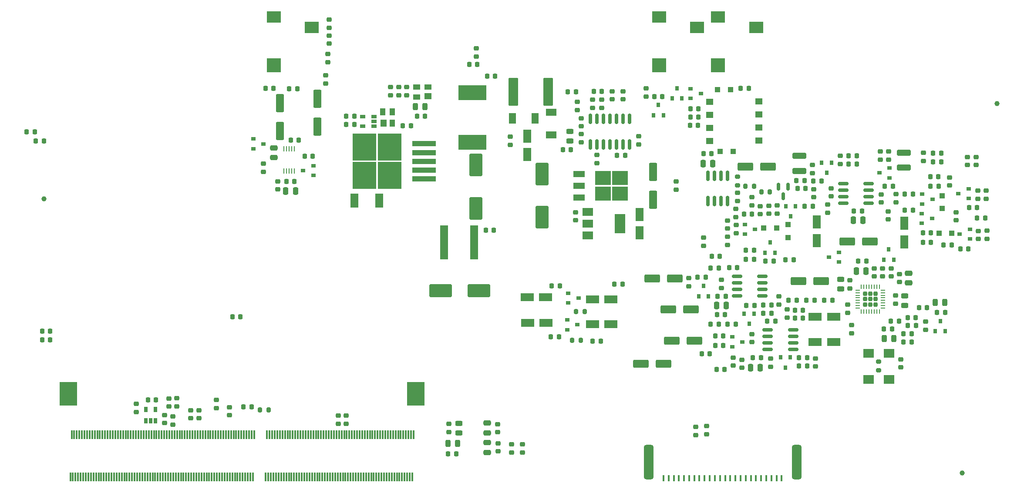
<source format=gbr>
G04 #@! TF.GenerationSoftware,KiCad,Pcbnew,6.0.10-86aedd382b~118~ubuntu22.04.1*
G04 #@! TF.CreationDate,2023-02-22T09:35:45+01:00*
G04 #@! TF.ProjectId,bottom-board,626f7474-6f6d-42d6-926f-6172642e6b69,rev?*
G04 #@! TF.SameCoordinates,Original*
G04 #@! TF.FileFunction,Paste,Top*
G04 #@! TF.FilePolarity,Positive*
%FSLAX46Y46*%
G04 Gerber Fmt 4.6, Leading zero omitted, Abs format (unit mm)*
G04 Created by KiCad (PCBNEW 6.0.10-86aedd382b~118~ubuntu22.04.1) date 2023-02-22 09:35:45*
%MOMM*%
%LPD*%
G01*
G04 APERTURE LIST*
G04 Aperture macros list*
%AMRoundRect*
0 Rectangle with rounded corners*
0 $1 Rounding radius*
0 $2 $3 $4 $5 $6 $7 $8 $9 X,Y pos of 4 corners*
0 Add a 4 corners polygon primitive as box body*
4,1,4,$2,$3,$4,$5,$6,$7,$8,$9,$2,$3,0*
0 Add four circle primitives for the rounded corners*
1,1,$1+$1,$2,$3*
1,1,$1+$1,$4,$5*
1,1,$1+$1,$6,$7*
1,1,$1+$1,$8,$9*
0 Add four rect primitives between the rounded corners*
20,1,$1+$1,$2,$3,$4,$5,0*
20,1,$1+$1,$4,$5,$6,$7,0*
20,1,$1+$1,$6,$7,$8,$9,0*
20,1,$1+$1,$8,$9,$2,$3,0*%
G04 Aperture macros list end*
%ADD10RoundRect,0.243750X0.456250X-0.243750X0.456250X0.243750X-0.456250X0.243750X-0.456250X-0.243750X0*%
%ADD11RoundRect,0.243750X-0.243750X-0.456250X0.243750X-0.456250X0.243750X0.456250X-0.243750X0.456250X0*%
%ADD12RoundRect,0.218750X0.218750X0.256250X-0.218750X0.256250X-0.218750X-0.256250X0.218750X-0.256250X0*%
%ADD13RoundRect,0.218750X-0.218750X-0.256250X0.218750X-0.256250X0.218750X0.256250X-0.218750X0.256250X0*%
%ADD14RoundRect,0.218750X0.256250X-0.218750X0.256250X0.218750X-0.256250X0.218750X-0.256250X-0.218750X0*%
%ADD15R,1.400000X1.200000*%
%ADD16R,1.400000X1.000000*%
%ADD17R,1.200000X1.400000*%
%ADD18R,1.000000X1.400000*%
%ADD19R,2.800000X2.200000*%
%ADD20R,2.800000X2.800000*%
%ADD21RoundRect,0.218750X-0.256250X0.218750X-0.256250X-0.218750X0.256250X-0.218750X0.256250X0.218750X0*%
%ADD22R,0.800000X0.900000*%
%ADD23C,1.000000*%
%ADD24RoundRect,0.150000X0.150000X-0.825000X0.150000X0.825000X-0.150000X0.825000X-0.150000X-0.825000X0*%
%ADD25RoundRect,0.250000X1.250000X0.550000X-1.250000X0.550000X-1.250000X-0.550000X1.250000X-0.550000X0*%
%ADD26RoundRect,0.250000X-0.550000X1.050000X-0.550000X-1.050000X0.550000X-1.050000X0.550000X1.050000X0*%
%ADD27RoundRect,0.250000X1.050000X0.550000X-1.050000X0.550000X-1.050000X-0.550000X1.050000X-0.550000X0*%
%ADD28RoundRect,0.250000X0.550000X-1.500000X0.550000X1.500000X-0.550000X1.500000X-0.550000X-1.500000X0*%
%ADD29R,1.000000X1.000000*%
%ADD30R,0.250000X1.100000*%
%ADD31R,0.900000X0.800000*%
%ADD32RoundRect,0.150000X0.825000X0.150000X-0.825000X0.150000X-0.825000X-0.150000X0.825000X-0.150000X0*%
%ADD33RoundRect,0.207500X0.207500X0.207500X-0.207500X0.207500X-0.207500X-0.207500X0.207500X-0.207500X0*%
%ADD34RoundRect,0.062500X0.375000X0.062500X-0.375000X0.062500X-0.375000X-0.062500X0.375000X-0.062500X0*%
%ADD35RoundRect,0.062500X0.062500X0.375000X-0.062500X0.375000X-0.062500X-0.375000X0.062500X-0.375000X0*%
%ADD36R,1.500000X6.600000*%
%ADD37RoundRect,0.250000X1.950000X1.000000X-1.950000X1.000000X-1.950000X-1.000000X1.950000X-1.000000X0*%
%ADD38RoundRect,0.249999X0.712501X2.475001X-0.712501X2.475001X-0.712501X-2.475001X0.712501X-2.475001X0*%
%ADD39R,0.650000X1.060000*%
%ADD40RoundRect,0.250000X0.550000X-1.050000X0.550000X1.050000X-0.550000X1.050000X-0.550000X-1.050000X0*%
%ADD41RoundRect,0.250000X-1.250000X-0.550000X1.250000X-0.550000X1.250000X0.550000X-1.250000X0.550000X0*%
%ADD42RoundRect,0.250000X-1.050000X-0.550000X1.050000X-0.550000X1.050000X0.550000X-1.050000X0.550000X0*%
%ADD43R,1.500000X2.700000*%
%ADD44R,3.050000X2.750000*%
%ADD45R,2.200000X1.200000*%
%ADD46RoundRect,0.225000X0.250000X-0.225000X0.250000X0.225000X-0.250000X0.225000X-0.250000X-0.225000X0*%
%ADD47R,2.000000X1.800000*%
%ADD48RoundRect,0.200000X0.200000X0.275000X-0.200000X0.275000X-0.200000X-0.275000X0.200000X-0.275000X0*%
%ADD49R,2.000000X1.500000*%
%ADD50R,2.000000X3.800000*%
%ADD51R,1.400000X1.300000*%
%ADD52RoundRect,0.200000X0.275000X-0.200000X0.275000X0.200000X-0.275000X0.200000X-0.275000X-0.200000X0*%
%ADD53RoundRect,0.250000X0.475000X-0.250000X0.475000X0.250000X-0.475000X0.250000X-0.475000X-0.250000X0*%
%ADD54R,0.300000X1.750000*%
%ADD55R,3.500000X4.600000*%
%ADD56R,1.060000X0.650000*%
%ADD57RoundRect,0.200000X-0.275000X0.200000X-0.275000X-0.200000X0.275000X-0.200000X0.275000X0.200000X0*%
%ADD58RoundRect,0.225000X-0.250000X0.225000X-0.250000X-0.225000X0.250000X-0.225000X0.250000X0.225000X0*%
%ADD59R,5.400000X2.900000*%
%ADD60R,4.550000X5.250000*%
%ADD61R,4.600000X1.100000*%
%ADD62RoundRect,0.250000X-0.250000X-0.475000X0.250000X-0.475000X0.250000X0.475000X-0.250000X0.475000X0*%
%ADD63RoundRect,0.250000X0.250000X0.475000X-0.250000X0.475000X-0.250000X-0.475000X0.250000X-0.475000X0*%
%ADD64RoundRect,0.250000X-0.475000X0.250000X-0.475000X-0.250000X0.475000X-0.250000X0.475000X0.250000X0*%
%ADD65RoundRect,0.250000X-1.000000X1.950000X-1.000000X-1.950000X1.000000X-1.950000X1.000000X1.950000X0*%
%ADD66R,2.100000X1.400000*%
%ADD67R,1.400000X2.100000*%
%ADD68RoundRect,0.095250X-0.095250X-0.508000X0.095250X-0.508000X0.095250X0.508000X-0.095250X0.508000X0*%
%ADD69RoundRect,0.473471X-0.473471X-2.885679X0.473471X-2.885679X0.473471X2.885679X-0.473471X2.885679X0*%
%ADD70RoundRect,0.150000X-0.150000X0.587500X-0.150000X-0.587500X0.150000X-0.587500X0.150000X0.587500X0*%
%ADD71RoundRect,0.225000X0.225000X0.250000X-0.225000X0.250000X-0.225000X-0.250000X0.225000X-0.250000X0*%
%ADD72RoundRect,0.250000X1.100000X-0.325000X1.100000X0.325000X-1.100000X0.325000X-1.100000X-0.325000X0*%
G04 APERTURE END LIST*
D10*
X166600000Y-67057500D03*
X166600000Y-65182500D03*
D11*
X237637500Y-98425000D03*
X239512500Y-98425000D03*
X136537500Y-60325000D03*
X138412500Y-60325000D03*
D12*
X138425000Y-62175000D03*
X136850000Y-62175000D03*
D13*
X134072500Y-64055000D03*
X135647500Y-64055000D03*
D14*
X168000000Y-61000000D03*
X168000000Y-59425000D03*
D15*
X138950000Y-58295000D03*
D16*
X138950000Y-56575000D03*
X136750000Y-56575000D03*
X136750000Y-58475000D03*
D17*
X130355000Y-63530000D03*
D18*
X132075000Y-63530000D03*
X132075000Y-61330000D03*
X130175000Y-61330000D03*
D19*
X202810000Y-44930000D03*
X195410000Y-42930000D03*
D20*
X195410000Y-52330000D03*
D21*
X134872280Y-56540040D03*
X134872280Y-58115040D03*
D14*
X133285000Y-58112500D03*
X133285000Y-56537500D03*
D12*
X191587500Y-62400000D03*
X190012500Y-62400000D03*
D13*
X183000000Y-58400000D03*
X184575000Y-58400000D03*
D21*
X171870000Y-69755000D03*
X171870000Y-71330000D03*
X168800000Y-62600000D03*
X168800000Y-64175000D03*
X180000000Y-66112500D03*
X180000000Y-67687500D03*
D12*
X102510000Y-101230000D03*
X100935000Y-101230000D03*
D22*
X237650000Y-104050000D03*
X239550000Y-104050000D03*
X238600000Y-102050000D03*
X186450000Y-58770000D03*
X188350000Y-58770000D03*
X187400000Y-56770000D03*
X182850000Y-62000000D03*
X184750000Y-62000000D03*
X183800000Y-60000000D03*
D23*
X64280000Y-78300000D03*
X249650000Y-59750000D03*
X242900000Y-131600000D03*
D21*
X176930000Y-57352500D03*
X176930000Y-58927500D03*
X174800000Y-57362500D03*
X174800000Y-58937500D03*
D12*
X172775000Y-57400000D03*
X171200000Y-57400000D03*
D13*
X175725000Y-69800000D03*
X177300000Y-69800000D03*
D21*
X181400000Y-56800000D03*
X181400000Y-58375000D03*
D12*
X191587500Y-60800000D03*
X190012500Y-60800000D03*
X124662500Y-62225000D03*
X123087500Y-62225000D03*
D13*
X123075000Y-63850000D03*
X124650000Y-63850000D03*
D21*
X172800000Y-59025000D03*
X172800000Y-60600000D03*
D12*
X201387500Y-56800000D03*
X199812500Y-56800000D03*
D24*
X170590000Y-67675000D03*
X171860000Y-67675000D03*
X173130000Y-67675000D03*
X174400000Y-67675000D03*
X175670000Y-67675000D03*
X176940000Y-67675000D03*
X178210000Y-67675000D03*
X178210000Y-62725000D03*
X176940000Y-62725000D03*
X175670000Y-62725000D03*
X174400000Y-62725000D03*
X173130000Y-62725000D03*
X171860000Y-62725000D03*
X170590000Y-62725000D03*
D12*
X152062500Y-54450000D03*
X150487500Y-54450000D03*
D14*
X227400000Y-93400000D03*
X227400000Y-91825000D03*
X229100000Y-93387500D03*
X229100000Y-91812500D03*
D12*
X224245000Y-90440000D03*
X222670000Y-90440000D03*
D25*
X224958000Y-86614000D03*
X220558000Y-86614000D03*
D13*
X220770000Y-69890000D03*
X222345000Y-69890000D03*
X237222500Y-69430000D03*
X238797500Y-69430000D03*
D21*
X217400000Y-76225000D03*
X217400000Y-77800000D03*
X227100000Y-77412500D03*
X227100000Y-78987500D03*
D26*
X214600000Y-82800000D03*
X214600000Y-86400000D03*
X231648000Y-83036000D03*
X231648000Y-86636000D03*
D13*
X221792500Y-80700000D03*
X223367500Y-80700000D03*
X211112500Y-109220000D03*
X212687500Y-109220000D03*
X166175000Y-57500000D03*
X167750000Y-57500000D03*
D27*
X174550000Y-97850000D03*
X170950000Y-97850000D03*
X161950000Y-102410000D03*
X158350000Y-102410000D03*
X161850000Y-97450000D03*
X158250000Y-97450000D03*
D12*
X113000000Y-74900000D03*
X111425000Y-74900000D03*
D28*
X117450000Y-64250000D03*
X117450000Y-58850000D03*
D29*
X204260000Y-83930000D03*
X206760000Y-83930000D03*
X240860000Y-85000000D03*
X238360000Y-85000000D03*
X209000000Y-85800000D03*
X209000000Y-83300000D03*
X239010000Y-80180000D03*
X239010000Y-77680000D03*
D13*
X234462500Y-99480000D03*
X236037500Y-99480000D03*
D14*
X245620000Y-71720000D03*
X245620000Y-70145000D03*
X243870000Y-71707500D03*
X243870000Y-70132500D03*
X219170000Y-71490000D03*
X219170000Y-69915000D03*
X235310000Y-70905000D03*
X235310000Y-69330000D03*
X198900000Y-84975000D03*
X198900000Y-83400000D03*
D21*
X246000000Y-84525000D03*
X246000000Y-86100000D03*
D12*
X222370000Y-71490000D03*
X220795000Y-71490000D03*
X238797500Y-71130000D03*
X237222500Y-71130000D03*
X202000000Y-81300000D03*
X200425000Y-81300000D03*
D14*
X241700000Y-82475000D03*
X241700000Y-80900000D03*
D13*
X210635000Y-74730000D03*
X212210000Y-74730000D03*
D21*
X226950000Y-69100000D03*
X226950000Y-70675000D03*
D13*
X212212500Y-79700000D03*
X213787500Y-79700000D03*
D12*
X233300000Y-80500000D03*
X231725000Y-80500000D03*
X229375000Y-75800000D03*
X227800000Y-75800000D03*
D13*
X210825000Y-76300000D03*
X212400000Y-76300000D03*
D12*
X233275000Y-77400000D03*
X231700000Y-77400000D03*
D14*
X214000000Y-77975000D03*
X214000000Y-76400000D03*
X230000000Y-78975000D03*
X230000000Y-77400000D03*
D21*
X205300000Y-79625000D03*
X205300000Y-81200000D03*
D14*
X216700000Y-80975000D03*
X216700000Y-79400000D03*
D13*
X236700000Y-75800000D03*
X238275000Y-75800000D03*
D14*
X228500000Y-82300000D03*
X228500000Y-80725000D03*
D12*
X202375000Y-88300000D03*
X200800000Y-88300000D03*
D14*
X240400000Y-75700000D03*
X240400000Y-74125000D03*
D12*
X206175000Y-90400000D03*
X204600000Y-90400000D03*
D21*
X245900000Y-76725000D03*
X245900000Y-78300000D03*
D13*
X62712500Y-67056000D03*
X64287500Y-67056000D03*
X60934500Y-65278000D03*
X62509500Y-65278000D03*
D12*
X172587500Y-106000000D03*
X171012500Y-106000000D03*
X176830000Y-94900000D03*
X175255000Y-94900000D03*
X164475000Y-105150000D03*
X162900000Y-105150000D03*
X164625000Y-95250000D03*
X163050000Y-95250000D03*
D14*
X109750000Y-76450000D03*
X109750000Y-74875000D03*
X106960000Y-73027500D03*
X106960000Y-71452500D03*
D12*
X113550000Y-56850000D03*
X111975000Y-56850000D03*
D21*
X119100000Y-54275000D03*
X119100000Y-55850000D03*
D30*
X112950000Y-68550000D03*
X112450000Y-68550000D03*
X111950000Y-68550000D03*
X111450000Y-68550000D03*
X110950000Y-68550000D03*
X110950000Y-72850000D03*
X111450000Y-72850000D03*
X111950000Y-72850000D03*
X112450000Y-72850000D03*
X112950000Y-72850000D03*
D31*
X200600000Y-83250000D03*
X200600000Y-85150000D03*
X202600000Y-84200000D03*
X244400000Y-86100000D03*
X244400000Y-84200000D03*
X242400000Y-85150000D03*
D22*
X210450000Y-79700000D03*
X208550000Y-79700000D03*
X209500000Y-81700000D03*
D31*
X235000000Y-81150000D03*
X235000000Y-83050000D03*
X237000000Y-82100000D03*
X235100000Y-77400000D03*
X235100000Y-79300000D03*
X237100000Y-78350000D03*
D22*
X204550000Y-88800000D03*
X206450000Y-88800000D03*
X205500000Y-86800000D03*
D31*
X244100000Y-78250000D03*
X244100000Y-76350000D03*
X242100000Y-77300000D03*
X166050000Y-101850000D03*
X166050000Y-103750000D03*
X168050000Y-102800000D03*
X166250000Y-96650000D03*
X166250000Y-98550000D03*
X168250000Y-97600000D03*
D32*
X209993000Y-107569000D03*
X209993000Y-106299000D03*
X209993000Y-105029000D03*
X209993000Y-103759000D03*
X205043000Y-103759000D03*
X205043000Y-105029000D03*
X205043000Y-106299000D03*
X205043000Y-107569000D03*
X224675000Y-79105000D03*
X224675000Y-77835000D03*
X224675000Y-76565000D03*
X224675000Y-75295000D03*
X219725000Y-75295000D03*
X219725000Y-76565000D03*
X219725000Y-77835000D03*
X219725000Y-79105000D03*
X204035000Y-97155000D03*
X204035000Y-95885000D03*
X204035000Y-94615000D03*
X204035000Y-93345000D03*
X199085000Y-93345000D03*
X199085000Y-94615000D03*
X199085000Y-95885000D03*
X199085000Y-97155000D03*
D12*
X211897500Y-101490000D03*
X210322500Y-101490000D03*
X212685000Y-110800000D03*
X211110000Y-110800000D03*
X206510000Y-102075000D03*
X204935000Y-102075000D03*
D14*
X198850000Y-81825000D03*
X198850000Y-80250000D03*
D33*
X225000000Y-97800000D03*
X223970000Y-98830000D03*
X226030000Y-97800000D03*
X223970000Y-97800000D03*
X225000000Y-96770000D03*
X226030000Y-96770000D03*
X226030000Y-98830000D03*
X223970000Y-96770000D03*
X225000000Y-98830000D03*
D34*
X227437500Y-99550000D03*
X227437500Y-99050000D03*
X227437500Y-98550000D03*
X227437500Y-98050000D03*
X227437500Y-97550000D03*
X227437500Y-97050000D03*
X227437500Y-96550000D03*
X227437500Y-96050000D03*
D35*
X226750000Y-95362500D03*
X226250000Y-95362500D03*
X225750000Y-95362500D03*
X225250000Y-95362500D03*
X224750000Y-95362500D03*
X224250000Y-95362500D03*
X223750000Y-95362500D03*
X223250000Y-95362500D03*
D34*
X222562500Y-96050000D03*
X222562500Y-96550000D03*
X222562500Y-97050000D03*
X222562500Y-97550000D03*
X222562500Y-98050000D03*
X222562500Y-98550000D03*
X222562500Y-99050000D03*
X222562500Y-99550000D03*
D35*
X223250000Y-100237500D03*
X223750000Y-100237500D03*
X224250000Y-100237500D03*
X224750000Y-100237500D03*
X225250000Y-100237500D03*
X225750000Y-100237500D03*
X226250000Y-100237500D03*
X226750000Y-100237500D03*
D14*
X247700000Y-86075000D03*
X247700000Y-84500000D03*
D12*
X202387500Y-90100000D03*
X200812500Y-90100000D03*
D14*
X247500000Y-78275000D03*
X247500000Y-76700000D03*
D21*
X171000000Y-59025000D03*
X171000000Y-60600000D03*
D12*
X233832500Y-101380000D03*
X232257500Y-101380000D03*
X233027500Y-106145000D03*
X231452500Y-106145000D03*
D14*
X97800000Y-119017500D03*
X97800000Y-117442500D03*
D12*
X104675000Y-118800000D03*
X103100000Y-118800000D03*
D21*
X221340000Y-102855000D03*
X221340000Y-104430000D03*
D13*
X231450000Y-104575000D03*
X233025000Y-104575000D03*
D14*
X213750000Y-73287500D03*
X213750000Y-71712500D03*
X228550000Y-70675000D03*
X228550000Y-69100000D03*
D13*
X235225000Y-84900000D03*
X236800000Y-84900000D03*
D14*
X191080000Y-124247500D03*
X191080000Y-122672500D03*
X193150000Y-124080000D03*
X193150000Y-122505000D03*
D36*
X142100000Y-86760000D03*
X147967400Y-86798100D03*
D21*
X100340000Y-118835000D03*
X100340000Y-120410000D03*
D37*
X148860000Y-96130000D03*
X141460000Y-96130000D03*
D13*
X165200000Y-68750000D03*
X166775000Y-68750000D03*
X150202500Y-84410000D03*
X151777500Y-84410000D03*
D27*
X174550000Y-102700000D03*
X170950000Y-102700000D03*
D14*
X121510000Y-122027500D03*
X121510000Y-120452500D03*
X123060000Y-122027500D03*
X123060000Y-120452500D03*
X89409360Y-122195360D03*
X89409360Y-120620360D03*
D22*
X227650000Y-90154000D03*
X229550000Y-90154000D03*
X228600000Y-88154000D03*
D31*
X218932000Y-90612000D03*
X218932000Y-88712000D03*
X216932000Y-89662000D03*
D14*
X187230000Y-76475000D03*
X187230000Y-74900000D03*
D13*
X237987500Y-100375000D03*
X239562500Y-100375000D03*
D21*
X220600000Y-98887500D03*
X220600000Y-100462500D03*
D11*
X227725000Y-105450000D03*
X229600000Y-105450000D03*
D13*
X227637500Y-103650000D03*
X229212500Y-103650000D03*
D14*
X221050000Y-95712500D03*
X221050000Y-94137500D03*
D10*
X219275000Y-95800000D03*
X219275000Y-93925000D03*
D14*
X229900000Y-98675000D03*
X229900000Y-97100000D03*
D13*
X229012500Y-102075000D03*
X230587500Y-102075000D03*
X232287500Y-102950000D03*
X233862500Y-102950000D03*
D10*
X231700000Y-99037500D03*
X231700000Y-97162500D03*
D38*
X162362500Y-57425000D03*
X155587500Y-57425000D03*
D39*
X84090000Y-121490000D03*
X85040000Y-121490000D03*
X85990000Y-121490000D03*
X85990000Y-119290000D03*
X84090000Y-119290000D03*
D13*
X84512500Y-117370000D03*
X86087500Y-117370000D03*
D40*
X180130000Y-84930000D03*
X180130000Y-81330000D03*
D14*
X88580000Y-118717500D03*
X88580000Y-117142500D03*
D21*
X197250000Y-85675000D03*
X197250000Y-87250000D03*
D13*
X242500000Y-88000000D03*
X244075000Y-88000000D03*
D14*
X202000000Y-79537500D03*
X202000000Y-77962500D03*
D12*
X236787500Y-86750000D03*
X235212500Y-86750000D03*
X238250000Y-74000000D03*
X236675000Y-74000000D03*
D13*
X245750000Y-82000000D03*
X247325000Y-82000000D03*
D14*
X192575000Y-87412500D03*
X192575000Y-85837500D03*
D13*
X189925000Y-64000000D03*
X191500000Y-64000000D03*
D12*
X113875000Y-66900000D03*
X112300000Y-66900000D03*
X116587500Y-70000000D03*
X115012500Y-70000000D03*
D22*
X217450000Y-71250000D03*
X215550000Y-71250000D03*
X216500000Y-73250000D03*
D31*
X228750000Y-74200000D03*
X228750000Y-72300000D03*
X226750000Y-73250000D03*
X105000000Y-66650000D03*
X105000000Y-68550000D03*
X107000000Y-67600000D03*
D21*
X82250000Y-118212500D03*
X82250000Y-119787500D03*
D14*
X197250000Y-84075000D03*
X197250000Y-82500000D03*
D13*
X239250000Y-87250000D03*
X240825000Y-87250000D03*
X194175000Y-89500000D03*
X195750000Y-89500000D03*
D21*
X199140000Y-77130000D03*
X199140000Y-78705000D03*
D14*
X119500000Y-51687500D03*
X119500000Y-50112500D03*
D31*
X190060000Y-56850000D03*
X190060000Y-58750000D03*
X192060000Y-57800000D03*
D21*
X90160000Y-117085000D03*
X90160000Y-118660000D03*
D13*
X195172500Y-100850000D03*
X196747500Y-100850000D03*
D14*
X198310000Y-110755000D03*
X198310000Y-109180000D03*
D12*
X195522500Y-102700000D03*
X193947500Y-102700000D03*
X192985000Y-93500000D03*
X191410000Y-93500000D03*
D21*
X189738000Y-93700500D03*
X189738000Y-95275500D03*
D13*
X204185000Y-98925000D03*
X205760000Y-98925000D03*
D12*
X198810000Y-102700000D03*
X197235000Y-102700000D03*
D21*
X208820000Y-99796500D03*
X208820000Y-101371500D03*
D31*
X198140000Y-105170000D03*
X198140000Y-107070000D03*
X200140000Y-106120000D03*
D21*
X200040000Y-109582500D03*
X200040000Y-111157500D03*
D22*
X202385000Y-100625000D03*
X200485000Y-100625000D03*
X201435000Y-102625000D03*
D21*
X207264000Y-97256500D03*
X207264000Y-98831500D03*
X196060000Y-94075000D03*
X196060000Y-95650000D03*
D12*
X210660000Y-98044000D03*
X209085000Y-98044000D03*
X214173000Y-98044000D03*
X212598000Y-98044000D03*
X202460000Y-99025000D03*
X200885000Y-99025000D03*
X205785000Y-100525000D03*
X204210000Y-100525000D03*
X211897500Y-99950000D03*
X210322500Y-99950000D03*
D13*
X195092500Y-111490000D03*
X196667500Y-111490000D03*
D12*
X245787500Y-80000000D03*
X244212500Y-80000000D03*
D14*
X235725000Y-103787500D03*
X235725000Y-102212500D03*
D25*
X205114340Y-72068360D03*
X200714340Y-72068360D03*
D41*
X211000000Y-94275000D03*
X215400000Y-94275000D03*
D14*
X205580000Y-110950000D03*
X205580000Y-109375000D03*
D12*
X196422500Y-104925000D03*
X194847500Y-104925000D03*
X193802000Y-108458000D03*
X192227000Y-108458000D03*
D14*
X206900000Y-81175000D03*
X206900000Y-79600000D03*
X167650000Y-82485000D03*
X167650000Y-80910000D03*
D42*
X214280000Y-106170000D03*
X217880000Y-106170000D03*
D13*
X216022500Y-97990000D03*
X217597500Y-97990000D03*
D21*
X214354500Y-109358000D03*
X214354500Y-110933000D03*
D12*
X148587500Y-52160000D03*
X147012500Y-52160000D03*
D14*
X119750000Y-45027500D03*
X119750000Y-43452500D03*
D13*
X208525000Y-90125000D03*
X210100000Y-90125000D03*
D14*
X148400000Y-50567500D03*
X148400000Y-48992500D03*
X119780000Y-48097500D03*
X119780000Y-46522500D03*
D42*
X214260000Y-101270000D03*
X217860000Y-101270000D03*
D21*
X201935000Y-104600000D03*
X201935000Y-106175000D03*
D12*
X199112500Y-91675000D03*
X197537500Y-91675000D03*
D31*
X116700000Y-73750000D03*
X116700000Y-71850000D03*
X114700000Y-72800000D03*
D13*
X107375000Y-56800000D03*
X108950000Y-56800000D03*
D25*
X190090000Y-99810000D03*
X185690000Y-99810000D03*
X187010000Y-93810000D03*
X182610000Y-93810000D03*
D43*
X129460000Y-78670000D03*
X124660000Y-78670000D03*
D28*
X110200000Y-65100000D03*
X110200000Y-59700000D03*
D14*
X131735000Y-58125000D03*
X131735000Y-56550000D03*
D21*
X203600000Y-79712500D03*
X203600000Y-81287500D03*
D22*
X191635000Y-97250000D03*
X193535000Y-97250000D03*
X192585000Y-95250000D03*
D12*
X195525000Y-91775000D03*
X193950000Y-91775000D03*
X196860000Y-97275000D03*
X195285000Y-97275000D03*
X196422500Y-106850000D03*
X194847500Y-106850000D03*
X203735000Y-109175000D03*
X202160000Y-109175000D03*
D22*
X209450000Y-109120000D03*
X207550000Y-109120000D03*
X208500000Y-111120000D03*
D14*
X225800000Y-93400000D03*
X225800000Y-91825000D03*
D13*
X213925000Y-74800000D03*
X215500000Y-74800000D03*
D25*
X184790000Y-110350000D03*
X180390000Y-110350000D03*
X190760000Y-105880000D03*
X186360000Y-105880000D03*
D44*
X176350000Y-77270000D03*
X173000000Y-77270000D03*
X176350000Y-74220000D03*
X173000000Y-74220000D03*
D45*
X168375000Y-73465000D03*
X168375000Y-75745000D03*
X168375000Y-78025000D03*
D10*
X145030000Y-123867500D03*
X145030000Y-121992500D03*
D14*
X143040000Y-123657500D03*
X143040000Y-122082500D03*
D13*
X142886420Y-127905180D03*
X144461420Y-127905180D03*
D11*
X142888820Y-125896040D03*
X144763820Y-125896040D03*
D46*
X230900000Y-111070000D03*
X230900000Y-109520000D03*
D47*
X228630000Y-113430000D03*
X228630000Y-108350000D03*
X224630000Y-108350000D03*
X224630000Y-113430000D03*
D48*
X107970000Y-119340000D03*
X106320000Y-119340000D03*
D29*
X197810000Y-57020000D03*
X195310000Y-57020000D03*
X198295000Y-69100000D03*
X195795000Y-69100000D03*
D28*
X182780000Y-78460000D03*
X182780000Y-73060000D03*
D49*
X170040000Y-80820000D03*
X170040000Y-83120000D03*
D50*
X176340000Y-83120000D03*
D49*
X170040000Y-85420000D03*
D46*
X230670000Y-94495000D03*
X230670000Y-92945000D03*
D51*
X193760000Y-59380000D03*
X193760000Y-61920000D03*
X193760000Y-64460000D03*
X193760000Y-67000000D03*
X203300000Y-66930000D03*
X203300000Y-64390000D03*
X203300000Y-61850000D03*
X203300000Y-59310000D03*
D52*
X226610000Y-111635000D03*
X226610000Y-109985000D03*
D53*
X150500000Y-127650000D03*
X150500000Y-125750000D03*
D46*
X152590000Y-127420000D03*
X152590000Y-125870000D03*
D53*
X150460000Y-123820000D03*
X150460000Y-121920000D03*
D46*
X152540000Y-123690000D03*
X152540000Y-122140000D03*
X157360000Y-127635000D03*
X157360000Y-126085000D03*
X155210000Y-127615000D03*
X155210000Y-126065000D03*
X92800000Y-120970000D03*
X92800000Y-119420000D03*
X94480000Y-121000000D03*
X94480000Y-119450000D03*
D19*
X116410000Y-44930000D03*
X109010000Y-42930000D03*
D20*
X109010000Y-52330000D03*
D54*
X69435000Y-132360000D03*
X69685000Y-124160000D03*
X69935000Y-132360000D03*
X70185000Y-124160000D03*
X70435000Y-132360000D03*
X70685000Y-124160000D03*
X70935000Y-132360000D03*
X71185000Y-124160000D03*
X71435000Y-132360000D03*
X71685000Y-124160000D03*
X71935000Y-132360000D03*
X72185000Y-124160000D03*
X72435000Y-132360000D03*
X72685000Y-124160000D03*
X72935000Y-132360000D03*
X73185000Y-124160000D03*
X73435000Y-132360000D03*
X73685000Y-124160000D03*
X73935000Y-132360000D03*
X74185000Y-124160000D03*
X74435000Y-132360000D03*
X74685000Y-124160000D03*
X74935000Y-132360000D03*
X75185000Y-124160000D03*
X75435000Y-132360000D03*
X75685000Y-124160000D03*
X75935000Y-132360000D03*
X76185000Y-124160000D03*
X76435000Y-132360000D03*
X76685000Y-124160000D03*
X76935000Y-132360000D03*
X77185000Y-124160000D03*
X77435000Y-132360000D03*
X77685000Y-124160000D03*
X77935000Y-132360000D03*
X78185000Y-124160000D03*
X78435000Y-132360000D03*
X78685000Y-124160000D03*
X78935000Y-132360000D03*
X79185000Y-124160000D03*
X79435000Y-132360000D03*
X79685000Y-124160000D03*
X79935000Y-132360000D03*
X80185000Y-124160000D03*
X80435000Y-132360000D03*
X80685000Y-124160000D03*
X80935000Y-132360000D03*
X81185000Y-124160000D03*
X81435000Y-132360000D03*
X81685000Y-124160000D03*
X81935000Y-132360000D03*
X82185000Y-124160000D03*
X82435000Y-132360000D03*
X82685000Y-124160000D03*
X82935000Y-132360000D03*
X83185000Y-124160000D03*
X83435000Y-132360000D03*
X83685000Y-124160000D03*
X83935000Y-132360000D03*
X84185000Y-124160000D03*
X84435000Y-132360000D03*
X84685000Y-124160000D03*
X84935000Y-132360000D03*
X85185000Y-124160000D03*
X85435000Y-132360000D03*
X85685000Y-124160000D03*
X85935000Y-132360000D03*
X86185000Y-124160000D03*
X86435000Y-132360000D03*
X86685000Y-124160000D03*
X86935000Y-132360000D03*
X87185000Y-124160000D03*
X87435000Y-132360000D03*
X87685000Y-124160000D03*
X87935000Y-132360000D03*
X88185000Y-124160000D03*
X88435000Y-132360000D03*
X88685000Y-124160000D03*
X88935000Y-132360000D03*
X89185000Y-124160000D03*
X89435000Y-132360000D03*
X89685000Y-124160000D03*
X89935000Y-132360000D03*
X90185000Y-124160000D03*
X90435000Y-132360000D03*
X90685000Y-124160000D03*
X90935000Y-132360000D03*
X91185000Y-124160000D03*
X91435000Y-132360000D03*
X91685000Y-124160000D03*
X91935000Y-132360000D03*
X92185000Y-124160000D03*
X92435000Y-132360000D03*
X92685000Y-124160000D03*
X92935000Y-132360000D03*
X93185000Y-124160000D03*
X93435000Y-132360000D03*
X93685000Y-124160000D03*
X93935000Y-132360000D03*
X94185000Y-124160000D03*
X94435000Y-132360000D03*
X94685000Y-124160000D03*
X94935000Y-132360000D03*
X95185000Y-124160000D03*
X95435000Y-132360000D03*
X95685000Y-124160000D03*
X95935000Y-132360000D03*
X96185000Y-124160000D03*
X96435000Y-132360000D03*
X96685000Y-124160000D03*
X96935000Y-132360000D03*
X97185000Y-124160000D03*
X97435000Y-132360000D03*
X97685000Y-124160000D03*
X97935000Y-132360000D03*
X98185000Y-124160000D03*
X98435000Y-132360000D03*
X98685000Y-124160000D03*
X98935000Y-132360000D03*
X99185000Y-124160000D03*
X99435000Y-132360000D03*
X99685000Y-124160000D03*
X99935000Y-132360000D03*
X100185000Y-124160000D03*
X100435000Y-132360000D03*
X100685000Y-124160000D03*
X100935000Y-132360000D03*
X101185000Y-124160000D03*
X101435000Y-132360000D03*
X101685000Y-124160000D03*
X101935000Y-132360000D03*
X102185000Y-124160000D03*
X102435000Y-132360000D03*
X102685000Y-124160000D03*
X102935000Y-132360000D03*
X103185000Y-124160000D03*
X103435000Y-132360000D03*
X103685000Y-124160000D03*
X103935000Y-132360000D03*
X104185000Y-124160000D03*
X104435000Y-132360000D03*
X104685000Y-124160000D03*
X104935000Y-132360000D03*
X105185000Y-124160000D03*
X107435000Y-132360000D03*
X107685000Y-124160000D03*
X107935000Y-132360000D03*
X108185000Y-124160000D03*
X108435000Y-132360000D03*
X108685000Y-124160000D03*
X108935000Y-132360000D03*
X109185000Y-124160000D03*
X109435000Y-132360000D03*
X109685000Y-124160000D03*
X109935000Y-132360000D03*
X110185000Y-124160000D03*
X110435000Y-132360000D03*
X110685000Y-124160000D03*
X110935000Y-132360000D03*
X111185000Y-124160000D03*
X111435000Y-132360000D03*
X111685000Y-124160000D03*
X111935000Y-132360000D03*
X112185000Y-124160000D03*
X112435000Y-132360000D03*
X112685000Y-124160000D03*
X112935000Y-132360000D03*
X113185000Y-124160000D03*
X113435000Y-132360000D03*
X113685000Y-124160000D03*
X113935000Y-132360000D03*
X114185000Y-124160000D03*
X114435000Y-132360000D03*
X114685000Y-124160000D03*
X114935000Y-132360000D03*
X115185000Y-124160000D03*
X115435000Y-132360000D03*
X115685000Y-124160000D03*
X115935000Y-132360000D03*
X116185000Y-124160000D03*
X116435000Y-132360000D03*
X116685000Y-124160000D03*
X116935000Y-132360000D03*
X117185000Y-124160000D03*
X117435000Y-132360000D03*
X117685000Y-124160000D03*
X117935000Y-132360000D03*
X118185000Y-124160000D03*
X118435000Y-132360000D03*
X118685000Y-124160000D03*
X118935000Y-132360000D03*
X119185000Y-124160000D03*
X119435000Y-132360000D03*
X119685000Y-124160000D03*
X119935000Y-132360000D03*
X120185000Y-124160000D03*
X120435000Y-132360000D03*
X120685000Y-124160000D03*
X120935000Y-132360000D03*
X121185000Y-124160000D03*
X121435000Y-132360000D03*
X121685000Y-124160000D03*
X121935000Y-132360000D03*
X122185000Y-124160000D03*
X122435000Y-132360000D03*
X122685000Y-124160000D03*
X122935000Y-132360000D03*
X123185000Y-124160000D03*
X123435000Y-132360000D03*
X123685000Y-124160000D03*
X123935000Y-132360000D03*
X124185000Y-124160000D03*
X124435000Y-132360000D03*
X124685000Y-124160000D03*
X124935000Y-132360000D03*
X125185000Y-124160000D03*
X125435000Y-132360000D03*
X125685000Y-124160000D03*
X125935000Y-132360000D03*
X126185000Y-124160000D03*
X126435000Y-132360000D03*
X126685000Y-124160000D03*
X126935000Y-132360000D03*
X127185000Y-124160000D03*
X127435000Y-132360000D03*
X127685000Y-124160000D03*
X127935000Y-132360000D03*
X128185000Y-124160000D03*
X128435000Y-132360000D03*
X128685000Y-124160000D03*
X128935000Y-132360000D03*
X129185000Y-124160000D03*
X129435000Y-132360000D03*
X129685000Y-124160000D03*
X129935000Y-132360000D03*
X130185000Y-124160000D03*
X130435000Y-132360000D03*
X130685000Y-124160000D03*
X130935000Y-132360000D03*
X131185000Y-124160000D03*
X131435000Y-132360000D03*
X131685000Y-124160000D03*
X131935000Y-132360000D03*
X132185000Y-124160000D03*
X132435000Y-132360000D03*
X132685000Y-124160000D03*
X132935000Y-132360000D03*
X133185000Y-124160000D03*
X133435000Y-132360000D03*
X133685000Y-124160000D03*
X133935000Y-132360000D03*
X134185000Y-124160000D03*
X134435000Y-132360000D03*
X134685000Y-124160000D03*
X134935000Y-132360000D03*
X135185000Y-124160000D03*
X135435000Y-132360000D03*
X135685000Y-124160000D03*
X135935000Y-132360000D03*
X136185000Y-124160000D03*
D55*
X69010000Y-116260000D03*
X136610000Y-116260000D03*
D48*
X169448840Y-100191240D03*
X167798840Y-100191240D03*
X168661440Y-105789400D03*
X167011440Y-105789400D03*
D56*
X128517920Y-64163920D03*
X128517920Y-63213920D03*
X128517920Y-62263920D03*
X126317920Y-62263920D03*
X126317920Y-64163920D03*
D14*
X87790000Y-121927500D03*
X87790000Y-120352500D03*
X168800000Y-67275000D03*
X168800000Y-65700000D03*
D57*
X199178000Y-74014000D03*
X199178000Y-75664000D03*
D19*
X191310000Y-44930000D03*
X183910000Y-42930000D03*
D20*
X183910000Y-52330000D03*
D58*
X154970000Y-66220000D03*
X154970000Y-67770000D03*
D59*
X147635000Y-57605000D03*
X147635000Y-67305000D03*
D60*
X131510000Y-68205000D03*
X126660000Y-73755000D03*
X126660000Y-68205000D03*
X131510000Y-73755000D03*
D61*
X138235000Y-74380000D03*
X138235000Y-72680000D03*
X138235000Y-70980000D03*
X138235000Y-69280000D03*
X138235000Y-67580000D03*
D26*
X158300000Y-66090000D03*
X158300000Y-69690000D03*
D62*
X222290000Y-92360000D03*
X224190000Y-92360000D03*
D63*
X223560000Y-82480000D03*
X221660000Y-82480000D03*
D62*
X201690000Y-111160000D03*
X203590000Y-111160000D03*
X111330000Y-76750000D03*
X113230000Y-76750000D03*
D53*
X108970000Y-70270000D03*
X108970000Y-68370000D03*
D64*
X232480000Y-92760000D03*
X232480000Y-94660000D03*
D62*
X195097500Y-99080000D03*
X196997500Y-99080000D03*
D65*
X148270000Y-71730000D03*
X148270000Y-80130000D03*
X161140000Y-73450000D03*
X161140000Y-81850000D03*
D66*
X162940000Y-65870000D03*
X162940000Y-61470000D03*
D67*
X159820000Y-62650000D03*
X155420000Y-62650000D03*
D24*
X193445000Y-78725000D03*
X194715000Y-78725000D03*
X195985000Y-78725000D03*
X197255000Y-78725000D03*
X197255000Y-73775000D03*
X195985000Y-73775000D03*
X194715000Y-73775000D03*
X193445000Y-73775000D03*
D48*
X202395000Y-75880000D03*
X200745000Y-75880000D03*
D68*
X184787000Y-132640000D03*
X185777600Y-132640000D03*
X186793600Y-132640000D03*
X187784200Y-132640000D03*
X188800200Y-132640000D03*
X189790800Y-132640000D03*
X190781400Y-132640000D03*
X191772000Y-132640000D03*
X192788000Y-132640000D03*
X193778600Y-132640000D03*
X194769200Y-132640000D03*
X195785200Y-132640000D03*
X196775800Y-132640000D03*
X197766400Y-132640000D03*
X198782400Y-132640000D03*
X199773000Y-132640000D03*
X200763600Y-132640000D03*
X201779600Y-132640000D03*
X202770200Y-132640000D03*
X203760800Y-132640000D03*
X204776800Y-132640000D03*
X205767400Y-132640000D03*
X206783400Y-132640000D03*
X207774000Y-132640000D03*
D69*
X181884258Y-129522150D03*
X210669600Y-129515800D03*
D70*
X209010000Y-75922500D03*
X207110000Y-75922500D03*
X208060000Y-77797500D03*
D62*
X192480000Y-71410000D03*
X194380000Y-71410000D03*
D48*
X205465000Y-76900000D03*
X203815000Y-76900000D03*
D71*
X65500000Y-105750000D03*
X63950000Y-105750000D03*
X194115000Y-69500000D03*
X192565000Y-69500000D03*
D72*
X231510000Y-72230000D03*
X231510000Y-69280000D03*
D71*
X65520000Y-104000000D03*
X63970000Y-104000000D03*
D72*
X211210000Y-72880000D03*
X211210000Y-69930000D03*
M02*

</source>
